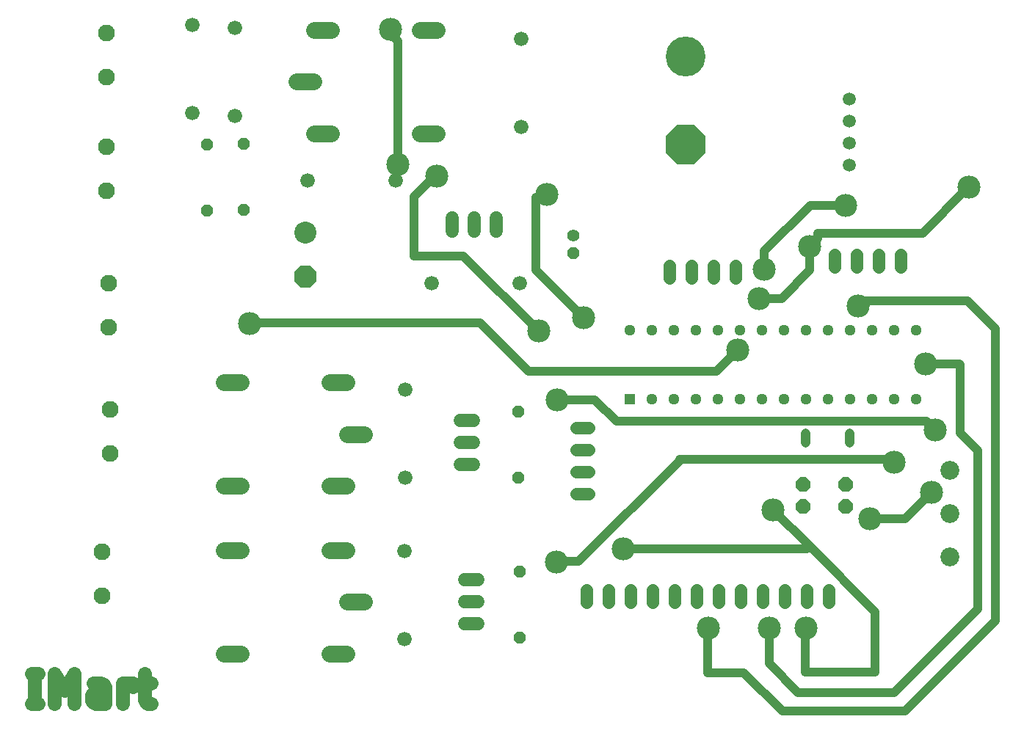
<source format=gbr>
G04 EAGLE Gerber RS-274X export*
G75*
%MOMM*%
%FSLAX34Y34*%
%LPD*%
%INTop Copper*%
%IPPOS*%
%AMOC8*
5,1,8,0,0,1.08239X$1,22.5*%
G01*
%ADD10C,1.574800*%
%ADD11C,1.676400*%
%ADD12C,1.950000*%
%ADD13C,1.981200*%
%ADD14C,4.597400*%
%ADD15P,4.976180X8X292.500000*%
%ADD16C,1.524000*%
%ADD17P,1.539592X8X292.500000*%
%ADD18C,1.422400*%
%ADD19C,2.540000*%
%ADD20P,2.749271X8X292.500000*%
%ADD21R,1.298000X1.298000*%
%ADD22C,1.298000*%
%ADD23C,1.117600*%
%ADD24P,1.814519X8X292.500000*%
%ADD25C,1.508000*%
%ADD26C,1.422400*%
%ADD27P,1.429621X8X292.500000*%
%ADD28P,1.429621X8X112.500000*%
%ADD29C,2.184400*%
%ADD30C,2.667000*%
%ADD31C,1.016000*%


D10*
X44535Y65278D02*
X44535Y30226D01*
X48429Y30226D02*
X40640Y30226D01*
X40640Y65278D02*
X48429Y65278D01*
X67141Y65278D02*
X67141Y30226D01*
X78825Y45805D02*
X67141Y65278D01*
X78825Y45805D02*
X90509Y65278D01*
X90509Y30226D01*
X116882Y43857D02*
X125645Y43857D01*
X116882Y43858D02*
X116716Y43856D01*
X116550Y43850D01*
X116384Y43840D01*
X116219Y43826D01*
X116054Y43808D01*
X115890Y43785D01*
X115726Y43759D01*
X115562Y43729D01*
X115400Y43695D01*
X115238Y43657D01*
X115078Y43615D01*
X114918Y43569D01*
X114760Y43519D01*
X114603Y43466D01*
X114447Y43408D01*
X114293Y43347D01*
X114140Y43282D01*
X113989Y43214D01*
X113839Y43141D01*
X113692Y43065D01*
X113546Y42986D01*
X113402Y42903D01*
X113261Y42816D01*
X113121Y42727D01*
X112984Y42633D01*
X112849Y42537D01*
X112716Y42437D01*
X112586Y42334D01*
X112459Y42228D01*
X112334Y42118D01*
X112211Y42006D01*
X112092Y41891D01*
X111975Y41773D01*
X111861Y41652D01*
X111751Y41528D01*
X111643Y41402D01*
X111538Y41273D01*
X111437Y41142D01*
X111339Y41008D01*
X111244Y40872D01*
X111152Y40733D01*
X111064Y40593D01*
X110979Y40450D01*
X110898Y40305D01*
X110820Y40159D01*
X110746Y40010D01*
X110676Y39860D01*
X110609Y39708D01*
X110546Y39554D01*
X110487Y39399D01*
X110431Y39243D01*
X110379Y39085D01*
X110332Y38926D01*
X110288Y38766D01*
X110248Y38605D01*
X110212Y38443D01*
X110179Y38280D01*
X110151Y38116D01*
X110127Y37952D01*
X110107Y37787D01*
X110091Y37622D01*
X110079Y37457D01*
X110071Y37291D01*
X110067Y37125D01*
X110067Y36959D01*
X110071Y36793D01*
X110079Y36627D01*
X110091Y36462D01*
X110107Y36297D01*
X110127Y36132D01*
X110151Y35968D01*
X110179Y35804D01*
X110212Y35641D01*
X110248Y35479D01*
X110288Y35318D01*
X110332Y35158D01*
X110379Y34999D01*
X110431Y34841D01*
X110487Y34685D01*
X110546Y34530D01*
X110609Y34376D01*
X110676Y34224D01*
X110746Y34074D01*
X110820Y33925D01*
X110898Y33779D01*
X110979Y33634D01*
X111064Y33491D01*
X111152Y33351D01*
X111244Y33212D01*
X111339Y33076D01*
X111437Y32942D01*
X111538Y32811D01*
X111643Y32682D01*
X111751Y32556D01*
X111861Y32432D01*
X111975Y32311D01*
X112092Y32193D01*
X112211Y32078D01*
X112334Y31966D01*
X112459Y31856D01*
X112586Y31750D01*
X112716Y31647D01*
X112849Y31547D01*
X112984Y31451D01*
X113121Y31357D01*
X113261Y31268D01*
X113402Y31181D01*
X113546Y31098D01*
X113692Y31019D01*
X113839Y30943D01*
X113989Y30870D01*
X114140Y30802D01*
X114293Y30737D01*
X114447Y30676D01*
X114603Y30618D01*
X114760Y30565D01*
X114918Y30515D01*
X115078Y30469D01*
X115238Y30427D01*
X115400Y30389D01*
X115562Y30355D01*
X115726Y30325D01*
X115890Y30299D01*
X116054Y30276D01*
X116219Y30258D01*
X116384Y30244D01*
X116550Y30234D01*
X116716Y30228D01*
X116882Y30226D01*
X125645Y30226D01*
X125645Y47752D01*
X125643Y47902D01*
X125637Y48053D01*
X125628Y48203D01*
X125614Y48353D01*
X125597Y48502D01*
X125575Y48651D01*
X125550Y48799D01*
X125521Y48947D01*
X125489Y49094D01*
X125452Y49240D01*
X125412Y49385D01*
X125368Y49529D01*
X125321Y49671D01*
X125269Y49813D01*
X125215Y49953D01*
X125156Y50091D01*
X125094Y50229D01*
X125029Y50364D01*
X124960Y50498D01*
X124887Y50629D01*
X124811Y50759D01*
X124732Y50887D01*
X124650Y51013D01*
X124564Y51137D01*
X124476Y51258D01*
X124384Y51378D01*
X124289Y51494D01*
X124191Y51609D01*
X124090Y51720D01*
X123987Y51829D01*
X123880Y51936D01*
X123771Y52039D01*
X123660Y52140D01*
X123545Y52238D01*
X123429Y52333D01*
X123309Y52425D01*
X123188Y52513D01*
X123064Y52599D01*
X122938Y52681D01*
X122810Y52760D01*
X122680Y52836D01*
X122549Y52909D01*
X122415Y52978D01*
X122280Y53043D01*
X122142Y53105D01*
X122004Y53164D01*
X121864Y53218D01*
X121722Y53270D01*
X121580Y53317D01*
X121436Y53361D01*
X121291Y53401D01*
X121145Y53438D01*
X120998Y53470D01*
X120850Y53499D01*
X120702Y53524D01*
X120553Y53546D01*
X120404Y53563D01*
X120254Y53577D01*
X120104Y53586D01*
X119953Y53592D01*
X119803Y53594D01*
X112014Y53594D01*
X146439Y53594D02*
X146439Y30226D01*
X146439Y53594D02*
X158123Y53594D01*
X158123Y49699D01*
X167640Y53594D02*
X179324Y53594D01*
X171535Y65278D02*
X171535Y36068D01*
X171537Y35918D01*
X171543Y35767D01*
X171552Y35617D01*
X171566Y35467D01*
X171583Y35318D01*
X171605Y35169D01*
X171630Y35021D01*
X171659Y34873D01*
X171691Y34726D01*
X171728Y34580D01*
X171768Y34435D01*
X171812Y34291D01*
X171859Y34149D01*
X171911Y34007D01*
X171965Y33867D01*
X172024Y33729D01*
X172086Y33591D01*
X172151Y33456D01*
X172220Y33322D01*
X172293Y33191D01*
X172369Y33061D01*
X172448Y32933D01*
X172530Y32807D01*
X172616Y32683D01*
X172704Y32562D01*
X172796Y32442D01*
X172891Y32326D01*
X172989Y32211D01*
X173090Y32100D01*
X173193Y31991D01*
X173300Y31884D01*
X173409Y31781D01*
X173520Y31680D01*
X173635Y31582D01*
X173751Y31487D01*
X173871Y31395D01*
X173992Y31307D01*
X174116Y31221D01*
X174242Y31139D01*
X174370Y31060D01*
X174500Y30984D01*
X174631Y30911D01*
X174765Y30842D01*
X174900Y30777D01*
X175038Y30715D01*
X175176Y30656D01*
X175316Y30602D01*
X175458Y30550D01*
X175600Y30503D01*
X175744Y30459D01*
X175889Y30419D01*
X176035Y30382D01*
X176182Y30350D01*
X176330Y30321D01*
X176478Y30296D01*
X176627Y30274D01*
X176776Y30257D01*
X176926Y30243D01*
X177076Y30234D01*
X177227Y30228D01*
X177377Y30226D01*
X179324Y30226D01*
D11*
X226314Y813054D03*
X226314Y711454D03*
X359410Y634238D03*
X461010Y634238D03*
X275336Y810260D03*
X275336Y708660D03*
D12*
X127000Y803910D03*
X127000Y753110D03*
X127000Y673100D03*
X127000Y622300D03*
D13*
X346456Y748030D02*
X366268Y748030D01*
X366776Y688340D02*
X386588Y688340D01*
X386588Y807720D02*
X366776Y807720D01*
X488696Y807720D02*
X508508Y807720D01*
X508508Y688340D02*
X488696Y688340D01*
D14*
X795020Y776732D03*
D15*
X795020Y675132D03*
D11*
X605790Y797306D03*
X605790Y695706D03*
D16*
X526288Y590550D02*
X526288Y575310D01*
X551688Y575310D02*
X551688Y590550D01*
X577088Y590550D02*
X577088Y575310D01*
D17*
X666242Y550164D03*
D18*
X666242Y570484D03*
D19*
X356616Y573786D03*
D20*
X356616Y522986D03*
D21*
X731012Y381886D03*
D22*
X756412Y381886D03*
X781812Y381886D03*
X807212Y381886D03*
X832612Y381886D03*
X858012Y381886D03*
X883412Y381886D03*
X908812Y381886D03*
X934212Y381886D03*
X959612Y381886D03*
X985012Y381886D03*
X1010412Y381886D03*
X1035812Y381886D03*
X1061212Y381886D03*
X1061212Y460886D03*
X1035812Y460886D03*
X1010412Y460886D03*
X985012Y460886D03*
X959612Y460886D03*
X934212Y460886D03*
X908812Y460886D03*
X883412Y460886D03*
X858012Y460886D03*
X832612Y460886D03*
X807212Y460886D03*
X781812Y460886D03*
X756412Y460886D03*
X731012Y460886D03*
D11*
X502666Y515112D03*
X604266Y515112D03*
D23*
X984250Y342646D02*
X984250Y331470D01*
X933450Y331470D02*
X933450Y342646D01*
D24*
X979932Y283718D03*
X979932Y258318D03*
X930656Y283718D03*
X930656Y258318D03*
D25*
X984504Y728218D03*
X984504Y702818D03*
X984504Y677418D03*
X984504Y652018D03*
D26*
X960374Y161290D02*
X960374Y147066D01*
X934974Y147066D02*
X934974Y161290D01*
X909574Y161290D02*
X909574Y147066D01*
X884174Y147066D02*
X884174Y161290D01*
X858774Y161290D02*
X858774Y147066D01*
X807974Y147066D02*
X807974Y161290D01*
X833374Y161290D02*
X833374Y147066D01*
X680974Y147066D02*
X680974Y161290D01*
X782574Y161290D02*
X782574Y147066D01*
X757174Y147066D02*
X757174Y161290D01*
X731774Y161290D02*
X731774Y147066D01*
X706374Y147066D02*
X706374Y161290D01*
D12*
X129540Y464820D03*
X129540Y515620D03*
X131826Y369824D03*
X131826Y319024D03*
D13*
X405130Y341376D02*
X424942Y341376D01*
X404622Y401066D02*
X384810Y401066D01*
X384810Y281686D02*
X404622Y281686D01*
X282702Y281686D02*
X262890Y281686D01*
X262890Y401066D02*
X282702Y401066D01*
D27*
X601980Y367030D03*
X601980Y290830D03*
D11*
X472186Y290830D03*
X472186Y392430D03*
D16*
X535178Y306324D02*
X550418Y306324D01*
X550418Y331724D02*
X535178Y331724D01*
X535178Y357124D02*
X550418Y357124D01*
D28*
X285496Y599694D03*
X285496Y675894D03*
D27*
X243586Y675386D03*
X243586Y599186D03*
D12*
X122174Y154940D03*
X122174Y205740D03*
D13*
X405130Y147828D02*
X424942Y147828D01*
X404622Y207518D02*
X384810Y207518D01*
X384810Y88138D02*
X404622Y88138D01*
X282702Y88138D02*
X262890Y88138D01*
X262890Y207518D02*
X282702Y207518D01*
D11*
X471424Y104394D03*
X471424Y205994D03*
D16*
X540512Y122428D02*
X555752Y122428D01*
X555752Y147828D02*
X540512Y147828D01*
X540512Y173228D02*
X555752Y173228D01*
D27*
X604266Y182372D03*
X604266Y106172D03*
D26*
X669036Y272288D02*
X683260Y272288D01*
X683260Y297688D02*
X669036Y297688D01*
X669036Y323088D02*
X683260Y323088D01*
X683260Y348488D02*
X669036Y348488D01*
X966978Y533908D02*
X966978Y548132D01*
X992378Y548132D02*
X992378Y533908D01*
X1017778Y533908D02*
X1017778Y548132D01*
X1043178Y548132D02*
X1043178Y533908D01*
X852678Y535432D02*
X852678Y521208D01*
X827278Y521208D02*
X827278Y535432D01*
X801878Y535432D02*
X801878Y521208D01*
X776478Y521208D02*
X776478Y535432D01*
D29*
X1100074Y299174D03*
X1100074Y249174D03*
X1100074Y199174D03*
D30*
X626110Y460248D03*
D31*
X539242Y547116D01*
X481838Y547116D01*
X481838Y615696D01*
X505460Y639318D01*
X508762Y639318D01*
D30*
X508762Y639318D03*
X463296Y652780D03*
D31*
X463296Y794766D01*
X450088Y807974D01*
X454914Y807974D01*
X455422Y808482D01*
D30*
X455422Y808482D03*
X896366Y253746D03*
D31*
X938149Y211963D01*
X1014222Y135890D01*
X1014222Y67056D01*
X933704Y67056D01*
X933704Y113538D01*
X934466Y114300D01*
X934466Y117094D01*
D30*
X934466Y117094D03*
X723646Y208534D03*
D31*
X934720Y208534D01*
X938149Y211963D01*
X622808Y530606D02*
X622808Y614680D01*
X631952Y614680D01*
X635254Y617982D01*
D30*
X635254Y617982D03*
D31*
X622808Y530606D02*
X677926Y475488D01*
D30*
X886206Y531114D03*
D31*
X886206Y552450D01*
X939292Y605536D01*
X979678Y605536D01*
D30*
X979678Y605536D03*
X677926Y475488D03*
X938784Y558038D03*
D31*
X947928Y567182D01*
X947928Y573024D01*
X1068578Y573024D01*
X1119124Y623570D01*
X1119632Y623570D01*
X1122172Y626110D01*
D30*
X1122172Y626110D03*
X880110Y497840D03*
D31*
X906018Y497840D01*
X938784Y530606D02*
X938784Y558038D01*
X938784Y530606D02*
X906018Y497840D01*
D30*
X1007618Y243586D03*
D31*
X1048766Y243586D01*
D30*
X1078992Y273812D03*
D31*
X1048766Y243586D01*
D30*
X891794Y117094D03*
D31*
X891794Y76454D01*
X925068Y43180D01*
X1036066Y43180D01*
X1132078Y139192D01*
X1132078Y322072D01*
X1111758Y342392D01*
X1111758Y421386D01*
X1111250Y421894D01*
D30*
X1072134Y421894D03*
D31*
X1111250Y421894D01*
D30*
X821944Y117602D03*
D31*
X820674Y116332D01*
X820674Y65786D01*
X862584Y65786D01*
X906780Y21590D01*
X1048512Y21590D01*
X1152906Y125984D01*
X1152906Y463042D02*
X1120902Y495046D01*
X993902Y495046D01*
X992632Y493776D01*
X992632Y490474D01*
X994156Y488950D01*
D30*
X994156Y488950D03*
D31*
X1152906Y463042D02*
X1152906Y125984D01*
D30*
X855472Y438404D03*
D31*
X830580Y413512D01*
X614172Y413512D01*
X558038Y469646D01*
X293116Y469646D02*
X292354Y468884D01*
D30*
X292354Y468884D03*
D31*
X293116Y469646D02*
X558038Y469646D01*
D30*
X1083310Y345948D03*
D31*
X1073404Y355854D01*
X715518Y355854D01*
X647192Y381000D02*
X646684Y380492D01*
X690372Y381000D02*
X715518Y355854D01*
X690372Y381000D02*
X647192Y381000D01*
D30*
X647192Y381000D03*
X1035812Y309118D03*
D31*
X1033018Y311912D01*
X788924Y311912D01*
X789178Y311658D01*
X671830Y194310D01*
X650748Y194310D01*
X649732Y193294D01*
X646430Y193294D01*
D30*
X646430Y193294D03*
M02*

</source>
